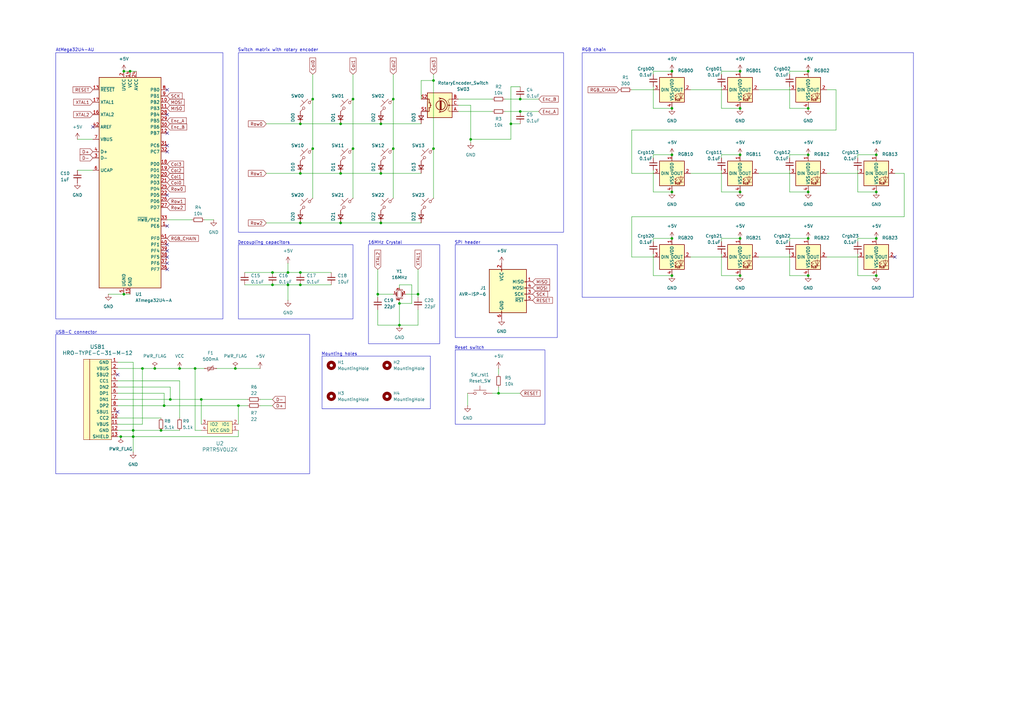
<source format=kicad_sch>
(kicad_sch (version 20231120) (generator "eeschema") (generator_version "8.0")
  (paper "A3")
  (title_block (title "SdraKb00"))
  (junction (at 67.31 166.37))
  (junction (at 204.47 161.29))
  (junction (at 118.11 111.76))
  (junction (at 303.53 44.45))
  (junction (at 82.55 163.83))
  (junction (at 144.78 60.96))
  (junction (at 69.85 163.83))
  (junction (at 303.53 113.03))
  (junction (at 331.47 29.21))
  (junction (at 359.41 113.03))
  (junction (at 66.04 176.53))
  (junction (at 123.19 71.12))
  (junction (at 213.36 40.64))
  (junction (at 161.29 60.96))
  (junction (at 209.55 50.8))
  (junction (at 139.7 91.44))
  (junction (at 49.53 179.07))
  (junction (at 331.47 97.79))
  (junction (at 303.53 78.74))
  (junction (at 139.7 50.8))
  (junction (at 96.52 151.13))
  (junction (at 275.59 113.03))
  (junction (at 161.29 40.64))
  (junction (at 359.41 78.74))
  (junction (at 123.19 111.76))
  (junction (at 73.66 151.13))
  (junction (at 156.21 71.12))
  (junction (at 177.8 33.02))
  (junction (at 171.45 120.65))
  (junction (at 331.47 63.5))
  (junction (at 111.76 111.76))
  (junction (at 331.47 78.74))
  (junction (at 156.21 91.44))
  (junction (at 275.59 78.74))
  (junction (at 359.41 97.79))
  (junction (at 118.11 116.84))
  (junction (at 213.36 45.72))
  (junction (at 177.8 60.96))
  (junction (at 123.19 91.44))
  (junction (at 53.34 29.21))
  (junction (at 331.47 113.03))
  (junction (at 154.94 120.65))
  (junction (at 193.04 57.15))
  (junction (at 54.61 176.53))
  (junction (at 123.19 116.84))
  (junction (at 54.61 179.07))
  (junction (at 275.59 63.5))
  (junction (at 359.41 63.5))
  (junction (at 303.53 63.5))
  (junction (at 275.59 29.21))
  (junction (at 128.27 40.64))
  (junction (at 50.8 29.21))
  (junction (at 303.53 29.21))
  (junction (at 275.59 44.45))
  (junction (at 97.79 166.37))
  (junction (at 163.83 124.46))
  (junction (at 139.7 71.12))
  (junction (at 50.8 120.65))
  (junction (at 331.47 44.45))
  (junction (at 123.19 50.8))
  (junction (at 128.27 60.96))
  (junction (at 163.83 133.35))
  (junction (at 63.5 151.13))
  (junction (at 156.21 50.8))
  (junction (at 111.76 116.84))
  (junction (at 144.78 40.64))
  (junction (at 58.42 151.13))
  (junction (at 303.53 97.79))
  (junction (at 275.59 97.79))
  (junction (at 80.01 151.13))
  (no_connect (at 48.26 153.67))
  (no_connect (at 68.58 102.87))
  (no_connect (at 48.26 168.91))
  (no_connect (at 68.58 105.41))
  (no_connect (at 68.58 36.83))
  (no_connect (at 68.58 100.33))
  (no_connect (at 68.58 62.23))
  (no_connect (at 68.58 59.69))
  (no_connect (at 68.58 46.99))
  (no_connect (at 68.58 107.95))
  (no_connect (at 367.03 105.41))
  (no_connect (at 38.1 52.07))
  (no_connect (at 68.58 110.49))
  (no_connect (at 68.58 92.71))
  (no_connect (at 68.58 80.01))
  (no_connect (at 68.58 54.61))
  (wire (pts (xy 259.08 88.9) (xy 259.08 105.41)))
  (wire (pts (xy 193.04 58.42) (xy 193.04 57.15)))
  (wire (pts (xy 323.85 63.5) (xy 323.85 64.77)))
  (wire (pts (xy 118.11 116.84) (xy 118.11 123.19)))
  (wire (pts (xy 88.9 151.13) (xy 96.52 151.13)))
  (wire (pts (xy 123.19 111.76) (xy 135.89 111.76)))
  (wire (pts (xy 69.85 158.75) (xy 69.85 163.83)))
  (wire (pts (xy 128.27 60.96) (xy 128.27 81.28)))
  (wire (pts (xy 204.47 151.13) (xy 204.47 153.67)))
  (wire (pts (xy 58.42 173.99) (xy 58.42 151.13)))
  (wire (pts (xy 267.97 113.03) (xy 275.59 113.03)))
  (wire (pts (xy 193.04 57.15) (xy 193.04 43.18)))
  (wire (pts (xy 154.94 110.49) (xy 154.94 120.65)))
  (wire (pts (xy 193.04 57.15) (xy 209.55 57.15)))
  (wire (pts (xy 295.91 104.14) (xy 295.91 113.03)))
  (wire (pts (xy 48.26 161.29) (xy 67.31 161.29)))
  (wire (pts (xy 144.78 60.96) (xy 144.78 81.28)))
  (wire (pts (xy 139.7 91.44) (xy 156.21 91.44)))
  (wire (pts (xy 58.42 151.13) (xy 63.5 151.13)))
  (wire (pts (xy 139.7 50.8) (xy 156.21 50.8)))
  (wire (pts (xy 311.15 105.41) (xy 323.85 105.41)))
  (wire (pts (xy 311.15 36.83) (xy 323.85 36.83)))
  (wire (pts (xy 295.91 63.5) (xy 303.53 63.5)))
  (wire (pts (xy 144.78 30.48) (xy 144.78 40.64)))
  (wire (pts (xy 48.26 156.21) (xy 73.66 156.21)))
  (wire (pts (xy 63.5 151.13) (xy 73.66 151.13)))
  (wire (pts (xy 82.55 163.83) (xy 101.6 163.83)))
  (wire (pts (xy 128.27 30.48) (xy 128.27 40.64)))
  (wire (pts (xy 154.94 127) (xy 154.94 133.35)))
  (wire (pts (xy 259.08 71.12) (xy 267.97 71.12)))
  (wire (pts (xy 323.85 63.5) (xy 331.47 63.5)))
  (wire (pts (xy 267.97 97.79) (xy 267.97 99.06)))
  (wire (pts (xy 295.91 113.03) (xy 303.53 113.03)))
  (wire (pts (xy 351.79 104.14) (xy 351.79 113.03)))
  (wire (pts (xy 267.97 44.45) (xy 275.59 44.45)))
  (wire (pts (xy 50.8 29.21) (xy 53.34 29.21)))
  (wire (pts (xy 209.55 50.8) (xy 209.55 57.15)))
  (wire (pts (xy 267.97 35.56) (xy 267.97 44.45)))
  (wire (pts (xy 351.79 69.85) (xy 351.79 78.74)))
  (wire (pts (xy 323.85 44.45) (xy 331.47 44.45)))
  (wire (pts (xy 351.79 63.5) (xy 359.41 63.5)))
  (wire (pts (xy 207.01 40.64) (xy 213.36 40.64)))
  (wire (pts (xy 163.83 118.11) (xy 163.83 116.84)))
  (wire (pts (xy 100.33 116.84) (xy 111.76 116.84)))
  (wire (pts (xy 191.77 161.29) (xy 191.77 166.37)))
  (wire (pts (xy 31.75 57.15) (xy 38.1 57.15)))
  (wire (pts (xy 172.72 33.02) (xy 177.8 33.02)))
  (wire (pts (xy 342.9 53.34) (xy 259.08 53.34)))
  (wire (pts (xy 295.91 29.21) (xy 295.91 30.48)))
  (wire (pts (xy 295.91 97.79) (xy 303.53 97.79)))
  (wire (pts (xy 97.79 166.37) (xy 101.6 166.37)))
  (wire (pts (xy 370.84 88.9) (xy 259.08 88.9)))
  (wire (pts (xy 67.31 166.37) (xy 97.79 166.37)))
  (wire (pts (xy 54.61 176.53) (xy 54.61 179.07)))
  (wire (pts (xy 83.82 90.17) (xy 87.63 90.17)))
  (wire (pts (xy 161.29 30.48) (xy 161.29 40.64)))
  (wire (pts (xy 323.85 97.79) (xy 323.85 99.06)))
  (wire (pts (xy 295.91 69.85) (xy 295.91 78.74)))
  (wire (pts (xy 111.76 116.84) (xy 118.11 116.84)))
  (wire (pts (xy 177.8 33.02) (xy 177.8 60.96)))
  (wire (pts (xy 123.19 71.12) (xy 139.7 71.12)))
  (wire (pts (xy 82.55 163.83) (xy 82.55 173.99)))
  (wire (pts (xy 209.55 35.56) (xy 209.55 50.8)))
  (wire (pts (xy 168.91 116.84) (xy 168.91 124.46)))
  (wire (pts (xy 323.85 35.56) (xy 323.85 44.45)))
  (wire (pts (xy 156.21 71.12) (xy 172.72 71.12)))
  (wire (pts (xy 283.21 71.12) (xy 295.91 71.12)))
  (wire (pts (xy 154.94 120.65) (xy 154.94 121.92)))
  (wire (pts (xy 323.85 113.03) (xy 331.47 113.03)))
  (wire (pts (xy 351.79 113.03) (xy 359.41 113.03)))
  (wire (pts (xy 339.09 36.83) (xy 342.9 36.83)))
  (wire (pts (xy 50.8 120.65) (xy 53.34 120.65)))
  (wire (pts (xy 323.85 69.85) (xy 323.85 78.74)))
  (wire (pts (xy 163.83 123.19) (xy 163.83 124.46)))
  (wire (pts (xy 367.03 71.12) (xy 370.84 71.12)))
  (wire (pts (xy 295.91 44.45) (xy 303.53 44.45)))
  (wire (pts (xy 31.75 69.85) (xy 38.1 69.85)))
  (wire (pts (xy 259.08 105.41) (xy 267.97 105.41)))
  (wire (pts (xy 171.45 110.49) (xy 171.45 120.65)))
  (wire (pts (xy 370.84 71.12) (xy 370.84 88.9)))
  (wire (pts (xy 53.34 29.21) (xy 55.88 29.21)))
  (wire (pts (xy 204.47 158.75) (xy 204.47 161.29)))
  (wire (pts (xy 118.11 107.95) (xy 118.11 111.76)))
  (wire (pts (xy 48.26 151.13) (xy 58.42 151.13)))
  (wire (pts (xy 342.9 36.83) (xy 342.9 53.34)))
  (wire (pts (xy 177.8 30.48) (xy 177.8 33.02)))
  (wire (pts (xy 69.85 163.83) (xy 82.55 163.83)))
  (wire (pts (xy 267.97 104.14) (xy 267.97 113.03)))
  (wire (pts (xy 96.52 151.13) (xy 106.68 151.13)))
  (wire (pts (xy 171.45 133.35) (xy 163.83 133.35)))
  (wire (pts (xy 54.61 179.07) (xy 97.79 179.07)))
  (wire (pts (xy 109.22 91.44) (xy 123.19 91.44)))
  (wire (pts (xy 48.26 173.99) (xy 58.42 173.99)))
  (wire (pts (xy 48.26 166.37) (xy 67.31 166.37)))
  (wire (pts (xy 193.04 43.18) (xy 187.96 43.18)))
  (wire (pts (xy 351.79 97.79) (xy 359.41 97.79)))
  (wire (pts (xy 166.37 120.65) (xy 171.45 120.65)))
  (wire (pts (xy 80.01 151.13) (xy 83.82 151.13)))
  (wire (pts (xy 73.66 176.53) (xy 66.04 176.53)))
  (wire (pts (xy 82.55 176.53) (xy 80.01 176.53)))
  (wire (pts (xy 213.36 35.56) (xy 209.55 35.56)))
  (wire (pts (xy 259.08 53.34) (xy 259.08 71.12)))
  (wire (pts (xy 54.61 185.42) (xy 54.61 179.07)))
  (wire (pts (xy 351.79 63.5) (xy 351.79 64.77)))
  (wire (pts (xy 44.45 120.65) (xy 50.8 120.65)))
  (wire (pts (xy 139.7 71.12) (xy 156.21 71.12)))
  (wire (pts (xy 187.96 45.72) (xy 201.93 45.72)))
  (wire (pts (xy 213.36 40.64) (xy 220.98 40.64)))
  (wire (pts (xy 154.94 120.65) (xy 161.29 120.65)))
  (wire (pts (xy 201.93 161.29) (xy 204.47 161.29)))
  (wire (pts (xy 97.79 166.37) (xy 97.79 173.99)))
  (wire (pts (xy 123.19 91.44) (xy 139.7 91.44)))
  (wire (pts (xy 97.79 176.53) (xy 97.79 179.07)))
  (wire (pts (xy 283.21 36.83) (xy 295.91 36.83)))
  (wire (pts (xy 118.11 111.76) (xy 123.19 111.76)))
  (wire (pts (xy 259.08 36.83) (xy 267.97 36.83)))
  (wire (pts (xy 177.8 60.96) (xy 177.8 81.28)))
  (wire (pts (xy 295.91 78.74) (xy 303.53 78.74)))
  (wire (pts (xy 100.33 111.76) (xy 111.76 111.76)))
  (wire (pts (xy 123.19 50.8) (xy 139.7 50.8)))
  (wire (pts (xy 267.97 29.21) (xy 275.59 29.21)))
  (wire (pts (xy 48.26 163.83) (xy 69.85 163.83)))
  (wire (pts (xy 106.68 166.37) (xy 111.76 166.37)))
  (wire (pts (xy 213.36 45.72) (xy 220.98 45.72)))
  (wire (pts (xy 209.55 50.8) (xy 213.36 50.8)))
  (wire (pts (xy 156.21 50.8) (xy 172.72 50.8)))
  (wire (pts (xy 48.26 171.45) (xy 66.04 171.45)))
  (wire (pts (xy 154.94 133.35) (xy 163.83 133.35)))
  (wire (pts (xy 323.85 97.79) (xy 331.47 97.79)))
  (wire (pts (xy 80.01 176.53) (xy 80.01 151.13)))
  (wire (pts (xy 283.21 105.41) (xy 295.91 105.41)))
  (wire (pts (xy 323.85 104.14) (xy 323.85 113.03)))
  (wire (pts (xy 49.53 179.07) (xy 54.61 179.07)))
  (wire (pts (xy 295.91 29.21) (xy 303.53 29.21)))
  (wire (pts (xy 48.26 179.07) (xy 49.53 179.07)))
  (wire (pts (xy 109.22 50.8) (xy 123.19 50.8)))
  (wire (pts (xy 123.19 116.84) (xy 135.89 116.84)))
  (wire (pts (xy 118.11 116.84) (xy 123.19 116.84)))
  (wire (pts (xy 323.85 78.74) (xy 331.47 78.74)))
  (wire (pts (xy 295.91 35.56) (xy 295.91 44.45)))
  (wire (pts (xy 66.04 176.53) (xy 54.61 176.53)))
  (wire (pts (xy 48.26 176.53) (xy 54.61 176.53)))
  (wire (pts (xy 204.47 161.29) (xy 213.36 161.29)))
  (wire (pts (xy 171.45 120.65) (xy 171.45 121.92)))
  (wire (pts (xy 128.27 40.64) (xy 128.27 60.96)))
  (wire (pts (xy 48.26 148.59) (xy 54.61 148.59)))
  (wire (pts (xy 267.97 29.21) (xy 267.97 30.48)))
  (wire (pts (xy 109.22 71.12) (xy 123.19 71.12)))
  (wire (pts (xy 339.09 71.12) (xy 351.79 71.12)))
  (wire (pts (xy 323.85 29.21) (xy 323.85 30.48)))
  (wire (pts (xy 351.79 78.74) (xy 359.41 78.74)))
  (wire (pts (xy 168.91 124.46) (xy 163.83 124.46)))
  (wire (pts (xy 48.26 158.75) (xy 69.85 158.75)))
  (wire (pts (xy 267.97 63.5) (xy 275.59 63.5)))
  (wire (pts (xy 267.97 97.79) (xy 275.59 97.79)))
  (wire (pts (xy 67.31 161.29) (xy 67.31 166.37)))
  (wire (pts (xy 267.97 78.74) (xy 275.59 78.74)))
  (wire (pts (xy 351.79 97.79) (xy 351.79 99.06)))
  (wire (pts (xy 68.58 90.17) (xy 78.74 90.17)))
  (wire (pts (xy 144.78 40.64) (xy 144.78 60.96)))
  (wire (pts (xy 207.01 45.72) (xy 213.36 45.72)))
  (wire (pts (xy 111.76 111.76) (xy 118.11 111.76)))
  (wire (pts (xy 171.45 127) (xy 171.45 133.35)))
  (wire (pts (xy 172.72 40.64) (xy 172.72 33.02)))
  (wire (pts (xy 54.61 148.59) (xy 54.61 176.53)))
  (wire (pts (xy 156.21 91.44) (xy 172.72 91.44)))
  (wire (pts (xy 161.29 60.96) (xy 161.29 81.28)))
  (wire (pts (xy 267.97 63.5) (xy 267.97 64.77)))
  (wire (pts (xy 339.09 105.41) (xy 351.79 105.41)))
  (wire (pts (xy 163.83 124.46) (xy 163.83 133.35)))
  (wire (pts (xy 295.91 97.79) (xy 295.91 99.06)))
  (wire (pts (xy 267.97 69.85) (xy 267.97 78.74)))
  (wire (pts (xy 187.96 40.64) (xy 201.93 40.64)))
  (wire (pts (xy 163.83 116.84) (xy 168.91 116.84)))
  (wire (pts (xy 161.29 40.64) (xy 161.29 60.96)))
  (wire (pts (xy 73.66 151.13) (xy 80.01 151.13)))
  (wire (pts (xy 73.66 156.21) (xy 73.66 171.45)))
  (wire (pts (xy 323.85 29.21) (xy 331.47 29.21)))
  (wire (pts (xy 311.15 71.12) (xy 323.85 71.12)))
  (wire (pts (xy 295.91 63.5) (xy 295.91 64.77)))
  (wire (pts (xy 106.68 163.83) (xy 111.76 163.83)))
  (rectangle (start 132.08 146.05) (end 176.53 167.64))
  (rectangle (start 97.79 21.59) (end 231.14 95.25))
  (rectangle (start 238.76 21.59) (end 374.65 121.92))
  (rectangle (start 151.13 100.33) (end 180.34 140.97))
  (rectangle (start 97.79 100.33) (end 144.78 130.81))
  (rectangle (start 186.69 143.51) (end 223.52 173.99))
  (rectangle (start 22.86 21.59) (end 91.44 130.81))
  (rectangle (start 186.69 100.33) (end 228.6 138.43))
  (rectangle (start 22.86 137.16) (end 127 194.31))
  (text "USB-C connector" (at 31.242 136.398 0) (effects (font (size 1.27 1.27))))
  (text "RGB chain" (at 243.586 20.574 0) (effects (font (size 1.27 1.27))))
  (text "Reset switch" (at 192.532 142.748 0) (effects (font (size 1.27 1.27))))
  (text "Mounting holes" (at 139.192 145.288 0) (effects (font (size 1.27 1.27))))
  (text "SPI header" (at 191.77 99.568 0) (effects (font (size 1.27 1.27))))
  (text "AtMega32U4-AU" (at 30.734 20.574 0) (effects (font (size 1.27 1.27))))
  (text "Switch matrix with rotary encoder" (at 114.046 20.574 0) (effects (font (size 1.27 1.27))))
  (text "16MHz Crystal" (at 157.988 99.568 0) (effects (font (size 1.27 1.27))))
  (text "Decoupling capacitors" (at 108.204 99.568 0) (effects (font (size 1.27 1.27))))
  (global_label "Row1" (shape input) (at 109.22 71.12 180) (property "Intersheetrefs" "${INTERSHEET_REFS}" (effects (hide yes))))
  (global_label "Row1" (shape input) (at 68.58 82.55 0) (property "Intersheetrefs" "${INTERSHEET_REFS}" (effects (hide yes))))
  (global_label "Enc_A" (shape input) (at 68.58 49.53 0) (property "Intersheetrefs" "${INTERSHEET_REFS}" (effects (hide yes))))
  (global_label "Col2" (shape input) (at 68.58 69.85 0) (property "Intersheetrefs" "${INTERSHEET_REFS}" (effects (hide yes))))
  (global_label "Col1" (shape input) (at 68.58 72.39 0) (property "Intersheetrefs" "${INTERSHEET_REFS}" (effects (hide yes))))
  (global_label "Col0" (shape input) (at 68.58 74.93 0) (property "Intersheetrefs" "${INTERSHEET_REFS}" (effects (hide yes))))
  (global_label "Col3" (shape input) (at 68.58 67.31 0) (property "Intersheetrefs" "${INTERSHEET_REFS}" (effects (hide yes))))
  (global_label "RESET" (shape input) (at 38.1 36.83 180) (property "Intersheetrefs" "${INTERSHEET_REFS}" (effects (hide yes))))
  (global_label "Col2" (shape input) (at 161.29 30.48 90) (property "Intersheetrefs" "${INTERSHEET_REFS}" (effects (hide yes))))
  (global_label "XTAL1" (shape input) (at 38.1 41.91 180) (property "Intersheetrefs" "${INTERSHEET_REFS}" (effects (hide yes))))
  (global_label "XTAL2" (shape input) (at 38.1 46.99 180) (property "Intersheetrefs" "${INTERSHEET_REFS}" (effects (hide yes))))
  (global_label "RESET" (shape input) (at 218.44 123.19 0) (property "Intersheetrefs" "${INTERSHEET_REFS}" (effects (hide yes))))
  (global_label "Enc_B" (shape input) (at 220.98 40.64 0) (property "Intersheetrefs" "${INTERSHEET_REFS}" (effects (hide yes))))
  (global_label "D-" (shape input) (at 38.1 64.77 180) (property "Intersheetrefs" "${INTERSHEET_REFS}" (effects (hide yes))))
  (global_label "D+" (shape input) (at 111.76 166.37 0) (property "Intersheetrefs" "${INTERSHEET_REFS}" (effects (hide yes))))
  (global_label "RGB_CHAIN" (shape input) (at 254 36.83 180) (property "Intersheetrefs" "${INTERSHEET_REFS}" (effects (hide yes))))
  (global_label "RESET" (shape input) (at 213.36 161.29 0) (property "Intersheetrefs" "${INTERSHEET_REFS}" (effects (hide yes))))
  (global_label "MISO" (shape input) (at 218.44 115.57 0) (property "Intersheetrefs" "${INTERSHEET_REFS}" (effects (hide yes))))
  (global_label "Row2" (shape input) (at 68.58 85.09 0) (property "Intersheetrefs" "${INTERSHEET_REFS}" (effects (hide yes))))
  (global_label "MOSI" (shape input) (at 68.58 41.91 0) (property "Intersheetrefs" "${INTERSHEET_REFS}" (effects (hide yes))))
  (global_label "Col3" (shape input) (at 177.8 30.48 90) (property "Intersheetrefs" "${INTERSHEET_REFS}" (effects (hide yes))))
  (global_label "Enc_A" (shape input) (at 220.98 45.72 0) (property "Intersheetrefs" "${INTERSHEET_REFS}" (effects (hide yes))))
  (global_label "Col1" (shape input) (at 144.78 30.48 90) (property "Intersheetrefs" "${INTERSHEET_REFS}" (effects (hide yes))))
  (global_label "SCK" (shape input) (at 68.58 39.37 0) (property "Intersheetrefs" "${INTERSHEET_REFS}" (effects (hide yes))))
  (global_label "MISO" (shape input) (at 68.58 44.45 0) (property "Intersheetrefs" "${INTERSHEET_REFS}" (effects (hide yes))))
  (global_label "SCK" (shape input) (at 218.44 120.65 0) (property "Intersheetrefs" "${INTERSHEET_REFS}" (effects (hide yes))))
  (global_label "D-" (shape input) (at 111.76 163.83 0) (property "Intersheetrefs" "${INTERSHEET_REFS}" (effects (hide yes))))
  (global_label "Row2" (shape input) (at 109.22 91.44 180) (property "Intersheetrefs" "${INTERSHEET_REFS}" (effects (hide yes))))
  (global_label "MOSI" (shape input) (at 218.44 118.11 0) (property "Intersheetrefs" "${INTERSHEET_REFS}" (effects (hide yes))))
  (global_label "Row0" (shape input) (at 68.58 77.47 0) (property "Intersheetrefs" "${INTERSHEET_REFS}" (effects (hide yes))))
  (global_label "XTAL2" (shape input) (at 154.94 110.49 90) (property "Intersheetrefs" "${INTERSHEET_REFS}" (effects (hide yes))))
  (global_label "Col0" (shape input) (at 128.27 30.48 90) (property "Intersheetrefs" "${INTERSHEET_REFS}" (effects (hide yes))))
  (global_label "RGB_CHAIN" (shape input) (at 68.58 97.79 0) (property "Intersheetrefs" "${INTERSHEET_REFS}" (effects (hide yes))))
  (global_label "D+" (shape input) (at 38.1 62.23 180) (property "Intersheetrefs" "${INTERSHEET_REFS}" (effects (hide yes))))
  (global_label "XTAL1" (shape input) (at 171.45 110.49 90) (property "Intersheetrefs" "${INTERSHEET_REFS}" (effects (hide yes))))
  (global_label "Enc_B" (shape input) (at 68.58 52.07 0) (property "Intersheetrefs" "${INTERSHEET_REFS}" (effects (hide yes))))
  (global_label "Row0" (shape input) (at 109.22 50.8 180) (property "Intersheetrefs" "${INTERSHEET_REFS}" (effects (hide yes))))
  (symbol (lib_id "power:+5V") (at 106.68 151.13 0) (unit 1)
    (property "Reference" "#PWR035" (effects (hide yes)))
    (property "Value" "+5V" (at 106.68 146.05 0))
    (property "Description" "Power symbol creates a global label with name \"+5V\"" (effects (hide yes)))
  )
  (symbol (lib_id "Mechanical:MountingHole") (at 135.89 149.86 0) (unit 1) (exclude_from_sim yes) (in_bom no)
    (property "Reference" "H1" (at 138.43 148.5899 0) (effects (justify left)))
    (property "Value" "MountingHole" (at 138.43 151.1299 0) (effects (justify left)))
    (property "Footprint" "MountingHole:MountingHole_3.2mm_M3" (effects (hide yes)))
    (property "Description" "Mounting Hole without connection" (effects (hide yes)))
  )
  (symbol (lib_id "power:+5V") (at 275.59 63.5 0) (unit 1)
    (property "Reference" "#PWR010" (effects (hide yes)))
    (property "Value" "+5V" (at 275.59 58.42 0))
    (property "Description" "Power symbol creates a global label with name \"+5V\"" (effects (hide yes)))
  )
  (symbol (lib_id "power:+5V") (at 204.47 151.13 0) (unit 1)
    (property "Reference" "#PWR036" (effects (hide yes)))
    (property "Value" "+5V" (at 204.47 146.05 0))
    (property "Description" "Power symbol creates a global label with name \"+5V\"" (effects (hide yes)))
  )
  (symbol (lib_id "Mechanical:MountingHole") (at 135.89 162.56 0) (unit 1) (exclude_from_sim yes) (in_bom no)
    (property "Reference" "H3" (at 138.43 161.2899 0) (effects (justify left)))
    (property "Value" "MountingHole" (at 138.43 163.8299 0) (effects (justify left)))
    (property "Footprint" "MountingHole:MountingHole_3.2mm_M3" (effects (hide yes)))
    (property "Description" "Mounting Hole without connection" (effects (hide yes)))
  )
  (symbol (lib_id "Switch:SW_Push_45deg") (at 175.26 83.82 90) (unit 1)
    (property "Reference" "SW23" (at 168.91 80.01 90) (effects (justify right)))
    (property "Value" "SW_Push_45deg" (effects (hide yes)))
    (property "Footprint" "marbastlib-mx:SW_MX_HS_CPG151101S11_1u" (effects (hide yes)))
    (property "Description" "Push button switch, normally open, two pins, 45° tilted" (effects (hide yes)))
  )
  (symbol (lib_id "power:+5V") (at 31.75 57.15 0) (unit 1)
    (property "Reference" "#PWR08" (effects (hide yes)))
    (property "Value" "+5V" (at 31.75 52.07 0))
    (property "Description" "Power symbol creates a global label with name \"+5V\"" (effects (hide yes)))
  )
  (symbol (lib_id "Switch:SW_Push_45deg") (at 125.73 43.18 90) (unit 1)
    (property "Reference" "SW00" (at 119.38 39.37 90) (effects (justify right)))
    (property "Value" "SW_Push_45deg" (effects (hide yes)))
    (property "Footprint" "marbastlib-mx:SW_MX_HS_CPG151101S11_1u" (effects (hide yes)))
    (property "Description" "Push button switch, normally open, two pins, 45° tilted" (effects (hide yes)))
  )
  (symbol (lib_id "Device:RotaryEncoder_Switch") (at 180.34 43.18 180) (unit 1)
    (property "Reference" "SW03" (at 189.992 36.576 0))
    (property "Value" "RotaryEncoder_Switch" (at 189.992 34.036 0))
    (property "Footprint" "marbastlib-various:ROT_Alps_EC11E-Switch" (effects (hide yes)))
    (property "Description" "Rotary encoder, dual channel, incremental quadrate outputs, with switch" (effects (hide yes)))
  )
  (symbol (lib_id "marbastlib-mx:MX_SK6812MINI-E") (at 275.59 71.12 0) (unit 1)
    (property "Reference" "RGB10" (at 281.178 63.246 0))
    (property "Value" "MX_SK6812MINI-E" (effects (hide yes)))
    (property "Footprint" "marbastlib-mx:LED_MX_6028R-ROT" (effects (hide yes)))
    (property "Description" "Reverse mount adressable LED (WS2812 protocol)" (effects (hide yes)))
  )
  (symbol (lib_id "marbastlib-mx:MX_SK6812MINI-E") (at 275.59 36.83 0) (unit 1)
    (property "Reference" "RGB00" (at 281.178 28.956 0))
    (property "Value" "MX_SK6812MINI-E" (effects (hide yes)))
    (property "Footprint" "marbastlib-mx:LED_MX_6028R-ROT" (effects (hide yes)))
    (property "Description" "Reverse mount adressable LED (WS2812 protocol)" (effects (hide yes)))
  )
  (symbol (lib_id "Switch:SW_Push_45deg") (at 125.73 83.82 90) (unit 1)
    (property "Reference" "SW20" (at 119.38 80.01 90) (effects (justify right)))
    (property "Value" "SW_Push_45deg" (effects (hide yes)))
    (property "Footprint" "marbastlib-mx:SW_MX_HS_CPG151101S11_1u" (effects (hide yes)))
    (property "Description" "Push button switch, normally open, two pins, 45° tilted" (effects (hide yes)))
  )
  (symbol (lib_id "Device:C_Small") (at 123.19 114.3 0) (unit 1)
    (property "Reference" "C17" (at 125.73 113.0362 0) (effects (justify left)))
    (property "Value" "0.1uF" (at 125.73 115.5762 0) (effects (justify left)))
    (property "Footprint" "Capacitor_SMD:C_0805_2012Metric_Pad1.18x1.45mm_HandSolder" (effects (hide yes)))
    (property "Description" "Unpolarized capacitor, small symbol" (effects (hide yes)))
  )
  (symbol (lib_id "power:+5V") (at 359.41 63.5 0) (unit 1)
    (property "Reference" "#PWR013" (effects (hide yes)))
    (property "Value" "+5V" (at 359.41 58.42 0))
    (property "Description" "Power symbol creates a global label with name \"+5V\"" (effects (hide yes)))
  )
  (symbol (lib_id "Mechanical:MountingHole") (at 158.75 149.86 0) (unit 1) (exclude_from_sim yes) (in_bom no)
    (property "Reference" "H2" (at 161.29 148.5899 0) (effects (justify left)))
    (property "Value" "MountingHole" (at 161.29 151.1299 0) (effects (justify left)))
    (property "Footprint" "MountingHole:MountingHole_3.2mm_M3" (effects (hide yes)))
    (property "Description" "Mounting Hole without connection" (effects (hide yes)))
  )
  (symbol (lib_id "Device:C_Small") (at 295.91 67.31 0) (unit 1)
    (property "Reference" "Crgb11" (at 292.862 62.484 0))
    (property "Value" "0.1uF" (at 292.862 65.024 0))
    (property "Footprint" "Capacitor_SMD:C_0805_2012Metric_Pad1.18x1.45mm_HandSolder" (effects (hide yes)))
    (property "Description" "Unpolarized capacitor, small symbol" (effects (hide yes)))
  )
  (symbol (lib_id "Switch:SW_Push_45deg") (at 125.73 63.5 90) (unit 1)
    (property "Reference" "SW10" (at 119.38 59.69 90) (effects (justify right)))
    (property "Value" "SW_Push_45deg" (effects (hide yes)))
    (property "Footprint" "marbastlib-mx:SW_MX_HS_CPG151101S11_1u" (effects (hide yes)))
    (property "Description" "Push button switch, normally open, two pins, 45° tilted" (effects (hide yes)))
  )
  (symbol (lib_id "Device:C_Small") (at 295.91 101.6 0) (unit 1)
    (property "Reference" "Crgb21" (at 292.862 96.774 0))
    (property "Value" "0.1uF" (at 292.862 99.314 0))
    (property "Footprint" "Capacitor_SMD:C_0805_2012Metric_Pad1.18x1.45mm_HandSolder" (effects (hide yes)))
    (property "Description" "Unpolarized capacitor, small symbol" (effects (hide yes)))
  )
  (symbol (lib_id "Device:D_Small") (at 172.72 48.26 90) (unit 1)
    (property "Reference" "D03" (at 169.672 46.228 0) (effects (justify right)))
    (property "Value" "D_Small" (effects (hide yes)))
    (property "Footprint" "Diode_SMD:D_SOD-123" (effects (hide yes)))
    (property "Description" "Diode, small symbol" (effects (hide yes)))
    (property "Sim.Device" "D" (effects (hide yes)))
    (property "Sim.Pins" "1=K 2=A" (effects (hide yes)))
  )
  (symbol (lib_id "Device:D_Small") (at 123.19 48.26 90) (unit 1)
    (property "Reference" "D00" (at 120.142 46.228 0) (effects (justify right)))
    (property "Value" "D_Small" (effects (hide yes)))
    (property "Footprint" "Diode_SMD:D_SOD-123" (effects (hide yes)))
    (property "Description" "Diode, small symbol" (effects (hide yes)))
    (property "Sim.Device" "D" (effects (hide yes)))
    (property "Sim.Pins" "1=K 2=A" (effects (hide yes)))
  )
  (symbol (lib_id "marbastlib-mx:MX_SK6812MINI-E") (at 331.47 105.41 0) (unit 1)
    (property "Reference" "RGB22" (at 337.058 97.536 0))
    (property "Value" "MX_SK6812MINI-E" (effects (hide yes)))
    (property "Footprint" "marbastlib-mx:LED_MX_6028R-ROT" (effects (hide yes)))
    (property "Description" "Reverse mount adressable LED (WS2812 protocol)" (effects (hide yes)))
  )
  (symbol (lib_id "power:+5V") (at 118.11 107.95 0) (unit 1)
    (property "Reference" "#PWR024" (effects (hide yes)))
    (property "Value" "+5V" (at 118.11 102.87 0))
    (property "Description" "Power symbol creates a global label with name \"+5V\"" (effects (hide yes)))
  )
  (symbol (lib_id "Device:R_Small") (at 204.47 40.64 90) (unit 1)
    (property "Reference" "R2" (at 204.47 35.56 90))
    (property "Value" "10k" (at 204.47 38.1 90))
    (property "Footprint" "Resistor_SMD:R_0805_2012Metric_Pad1.20x1.40mm_HandSolder" (effects (hide yes)))
    (property "Description" "Resistor, small symbol" (effects (hide yes)))
  )
  (symbol (lib_id "random-keyboard-parts:PRTR5V0U2X") (at 90.17 175.26 180) (unit 1)
    (property "Reference" "U2" (at 90.17 181.864 0) (effects (font (size 1.524 1.524))))
    (property "Value" "PRTR5V0U2X" (at 90.17 184.404 0) (effects (font (size 1.524 1.524))))
    (property "Footprint" "Package_TO_SOT_SMD:SOT-143_Handsoldering" (effects (hide yes)))
  )
  (symbol (lib_id "Device:D_Small") (at 123.19 88.9 90) (unit 1)
    (property "Reference" "D20" (at 120.142 86.868 0) (effects (justify right)))
    (property "Value" "D_Small" (effects (hide yes)))
    (property "Footprint" "Diode_SMD:D_SOD-123" (effects (hide yes)))
    (property "Description" "Diode, small symbol" (effects (hide yes)))
    (property "Sim.Device" "D" (effects (hide yes)))
    (property "Sim.Pins" "1=K 2=A" (effects (hide yes)))
  )
  (symbol (lib_id "Device:Polyfuse_Small") (at 86.36 151.13 90) (unit 1)
    (property "Reference" "F1" (at 86.36 144.78 90))
    (property "Value" "500mA" (at 86.36 147.32 90))
    (property "Footprint" "Fuse:Fuse_1206_3216Metric_Pad1.42x1.75mm_HandSolder" (effects (hide yes)))
    (property "Description" "Resettable fuse, polymeric positive temperature coefficient, small symbol" (effects (hide yes)))
  )
  (symbol (lib_id "power:+5V") (at 275.59 29.21 0) (unit 1)
    (property "Reference" "#PWR02" (effects (hide yes)))
    (property "Value" "+5V" (at 275.59 24.13 0))
    (property "Description" "Power symbol creates a global label with name \"+5V\"" (effects (hide yes)))
  )
  (symbol (lib_id "Type-C:HRO-TYPE-C-31-M-12") (at 45.72 162.56 0) (unit 1)
    (property "Reference" "USB1" (at 40.005 142.24 0) (effects (font (size 1.524 1.524))))
    (property "Value" "HRO-TYPE-C-31-M-12" (at 40.005 144.78 0) (effects (font (size 1.524 1.524))))
    (property "Footprint" "Type-C:HRO-TYPE-C-31-M-12-HandSoldering" (effects (hide yes)))
  )
  (symbol (lib_id "Device:C_Small") (at 323.85 67.31 0) (unit 1)
    (property "Reference" "Crgb12" (at 320.802 62.484 0))
    (property "Value" "0.1uF" (at 320.802 65.024 0))
    (property "Footprint" "Capacitor_SMD:C_0805_2012Metric_Pad1.18x1.45mm_HandSolder" (effects (hide yes)))
    (property "Description" "Unpolarized capacitor, small symbol" (effects (hide yes)))
  )
  (symbol (lib_id "power:GND") (at 54.61 185.42 0) (unit 1)
    (property "Reference" "#PWR038" (effects (hide yes)))
    (property "Value" "GND" (at 54.61 190.5 0))
    (property "Description" "Power symbol creates a global label with name \"GND\" , ground" (effects (hide yes)))
  )
  (symbol (lib_id "Device:D_Small") (at 139.7 88.9 90) (unit 1)
    (property "Reference" "D21" (at 136.652 86.868 0) (effects (justify right)))
    (property "Value" "D_Small" (effects (hide yes)))
    (property "Footprint" "Diode_SMD:D_SOD-123" (effects (hide yes)))
    (property "Description" "Diode, small symbol" (effects (hide yes)))
    (property "Sim.Device" "D" (effects (hide yes)))
    (property "Sim.Pins" "1=K 2=A" (effects (hide yes)))
  )
  (symbol (lib_id "power:+5V") (at 275.59 97.79 0) (unit 1)
    (property "Reference" "#PWR020" (effects (hide yes)))
    (property "Value" "+5V" (at 275.59 92.71 0))
    (property "Description" "Power symbol creates a global label with name \"+5V\"" (effects (hide yes)))
  )
  (symbol (lib_id "Switch:SW_Push_45deg") (at 142.24 43.18 90) (unit 1)
    (property "Reference" "SW01" (at 135.89 39.37 90) (effects (justify right)))
    (property "Value" "SW_Push_45deg" (effects (hide yes)))
    (property "Footprint" "marbastlib-mx:SW_MX_HS_CPG151101S11_1u" (effects (hide yes)))
    (property "Description" "Push button switch, normally open, two pins, 45° tilted" (effects (hide yes)))
  )
  (symbol (lib_id "power:GND") (at 118.11 123.19 0) (unit 1)
    (property "Reference" "#PWR031" (effects (hide yes)))
    (property "Value" "GND" (at 118.11 128.27 0))
    (property "Description" "Power symbol creates a global label with name \"GND\" , ground" (effects (hide yes)))
  )
  (symbol (lib_id "power:GND") (at 275.59 113.03 0) (unit 1)
    (property "Reference" "#PWR026" (effects (hide yes)))
    (property "Value" "GND" (at 275.59 118.11 0))
    (property "Description" "Power symbol creates a global label with name \"GND\" , ground" (effects (hide yes)))
  )
  (symbol (lib_id "power:GND") (at 163.83 133.35 0) (unit 1)
    (property "Reference" "#PWR033" (effects (hide yes)))
    (property "Value" "GND" (at 163.83 138.43 0))
    (property "Description" "Power symbol creates a global label with name \"GND\" , ground" (effects (hide yes)))
  )
  (symbol (lib_id "marbastlib-mx:MX_SK6812MINI-E") (at 303.53 71.12 0) (unit 1)
    (property "Reference" "RGB11" (at 309.118 63.246 0))
    (property "Value" "MX_SK6812MINI-E" (effects (hide yes)))
    (property "Footprint" "marbastlib-mx:LED_MX_6028R-ROT" (effects (hide yes)))
    (property "Description" "Reverse mount adressable LED (WS2812 protocol)" (effects (hide yes)))
  )
  (symbol (lib_id "power:GND") (at 31.75 74.93 0) (unit 1)
    (property "Reference" "#PWR014" (effects (hide yes)))
    (property "Value" "GND" (at 31.75 80.01 0))
    (property "Description" "Power symbol creates a global label with name \"GND\" , ground" (effects (hide yes)))
  )
  (symbol (lib_id "power:GND") (at 331.47 78.74 0) (unit 1)
    (property "Reference" "#PWR017" (effects (hide yes)))
    (property "Value" "GND" (at 331.47 83.82 0))
    (property "Description" "Power symbol creates a global label with name \"GND\" , ground" (effects (hide yes)))
  )
  (symbol (lib_id "Device:C_Small") (at 267.97 33.02 0) (unit 1)
    (property "Reference" "Crgb00" (at 264.922 28.194 0))
    (property "Value" "0.1uF" (at 264.922 30.734 0))
    (property "Footprint" "Capacitor_SMD:C_0805_2012Metric_Pad1.18x1.45mm_HandSolder" (effects (hide yes)))
    (property "Description" "Unpolarized capacitor, small symbol" (effects (hide yes)))
  )
  (symbol (lib_id "Device:C_Small") (at 267.97 67.31 0) (unit 1)
    (property "Reference" "Crgb10" (at 264.922 62.484 0))
    (property "Value" "0.1uF" (at 264.922 65.024 0))
    (property "Footprint" "Capacitor_SMD:C_0805_2012Metric_Pad1.18x1.45mm_HandSolder" (effects (hide yes)))
    (property "Description" "Unpolarized capacitor, small symbol" (effects (hide yes)))
  )
  (symbol (lib_id "power:GND") (at 303.53 78.74 0) (unit 1)
    (property "Reference" "#PWR016" (effects (hide yes)))
    (property "Value" "GND" (at 303.53 83.82 0))
    (property "Description" "Power symbol creates a global label with name \"GND\" , ground" (effects (hide yes)))
  )
  (symbol (lib_id "power:PWR_FLAG") (at 49.53 179.07 180) (unit 1)
    (property "Reference" "#FLG03" (effects (hide yes)))
    (property "Value" "PWR_FLAG" (at 49.53 184.15 0))
    (property "Description" "Special symbol for telling ERC where power comes from" (effects (hide yes)))
  )
  (symbol (lib_id "Device:C_Small") (at 154.94 124.46 0) (unit 1)
    (property "Reference" "C19" (at 157.48 123.1962 0) (effects (justify left)))
    (property "Value" "22pF" (at 157.48 125.7362 0) (effects (justify left)))
    (property "Footprint" "Capacitor_SMD:C_0805_2012Metric_Pad1.18x1.45mm_HandSolder" (effects (hide yes)))
    (property "Description" "Unpolarized capacitor, small symbol" (effects (hide yes)))
  )
  (symbol (lib_id "Connector:AVR-ISP-6") (at 208.28 120.65 0) (unit 1)
    (property "Reference" "J1" (at 199.39 118.1099 0) (effects (justify right)))
    (property "Value" "AVR-ISP-6" (at 199.39 120.6499 0) (effects (justify right)))
    (property "Footprint" "Connector_PinHeader_2.00mm:PinHeader_1x06_P2.00mm_Vertical" (effects (hide yes)))
    (property "Datasheet" " ~" (effects (hide yes)))
    (property "Description" "Atmel 6-pin ISP connector" (effects (hide yes)))
  )
  (symbol (lib_id "marbastlib-mx:MX_SK6812MINI-E") (at 331.47 71.12 0) (unit 1)
    (property "Reference" "RGB12" (at 337.058 63.246 0))
    (property "Value" "MX_SK6812MINI-E" (effects (hide yes)))
    (property "Footprint" "marbastlib-mx:LED_MX_6028R-ROT" (effects (hide yes)))
    (property "Description" "Reverse mount adressable LED (WS2812 protocol)" (effects (hide yes)))
  )
  (symbol (lib_id "Device:D_Small") (at 172.72 88.9 90) (unit 1)
    (property "Reference" "D23" (at 169.672 86.868 0) (effects (justify right)))
    (property "Value" "D_Small" (effects (hide yes)))
    (property "Footprint" "Diode_SMD:D_SOD-123" (effects (hide yes)))
    (property "Description" "Diode, small symbol" (effects (hide yes)))
    (property "Sim.Device" "D" (effects (hide yes)))
    (property "Sim.Pins" "1=K 2=A" (effects (hide yes)))
  )
  (symbol (lib_id "power:GND") (at 303.53 44.45 0) (unit 1)
    (property "Reference" "#PWR06" (effects (hide yes)))
    (property "Value" "GND" (at 303.53 49.53 0))
    (property "Description" "Power symbol creates a global label with name \"GND\" , ground" (effects (hide yes)))
  )
  (symbol (lib_id "Device:C_Small") (at 323.85 33.02 0) (unit 1)
    (property "Reference" "Crgb02" (at 320.802 28.194 0))
    (property "Value" "0.1uF" (at 320.802 30.734 0))
    (property "Footprint" "Capacitor_SMD:C_0805_2012Metric_Pad1.18x1.45mm_HandSolder" (effects (hide yes)))
    (property "Description" "Unpolarized capacitor, small symbol" (effects (hide yes)))
  )
  (symbol (lib_id "Device:C_Small") (at 213.36 38.1 0) (unit 1)
    (property "Reference" "C4" (at 215.9 36.8362 0) (effects (justify left)))
    (property "Value" "0.1uF" (at 215.9 39.3762 0) (effects (justify left)))
    (property "Footprint" "Capacitor_SMD:C_0805_2012Metric_Pad1.18x1.45mm_HandSolder" (effects (hide yes)))
    (property "Description" "Unpolarized capacitor, small symbol" (effects (hide yes)))
  )
  (symbol (lib_id "Device:C_Small") (at 351.79 101.6 0) (unit 1)
    (property "Reference" "Crgb23" (at 348.742 96.774 0))
    (property "Value" "0.1uF" (at 348.742 99.314 0))
    (property "Footprint" "Capacitor_SMD:C_0805_2012Metric_Pad1.18x1.45mm_HandSolder" (effects (hide yes)))
    (property "Description" "Unpolarized capacitor, small symbol" (effects (hide yes)))
  )
  (symbol (lib_id "power:GND") (at 44.45 120.65 0) (unit 1)
    (property "Reference" "#PWR030" (effects (hide yes)))
    (property "Value" "GND" (at 44.45 125.73 0))
    (property "Description" "Power symbol creates a global label with name \"GND\" , ground" (effects (hide yes)))
  )
  (symbol (lib_id "power:+5V") (at 303.53 29.21 0) (unit 1)
    (property "Reference" "#PWR03" (effects (hide yes)))
    (property "Value" "+5V" (at 303.53 24.13 0))
    (property "Description" "Power symbol creates a global label with name \"+5V\"" (effects (hide yes)))
  )
  (symbol (lib_id "Switch:SW_Push_45deg") (at 158.75 63.5 90) (unit 1)
    (property "Reference" "SW12" (at 152.4 59.69 90) (effects (justify right)))
    (property "Value" "SW_Push_45deg" (effects (hide yes)))
    (property "Footprint" "marbastlib-mx:SW_MX_HS_CPG151101S11_1u" (effects (hide yes)))
    (property "Description" "Push button switch, normally open, two pins, 45° tilted" (effects (hide yes)))
  )
  (symbol (lib_id "Device:R_Small") (at 204.47 156.21 0) (unit 1)
    (property "Reference" "R5" (at 207.01 154.9399 0) (effects (justify left)))
    (property "Value" "10k" (at 207.01 157.4799 0) (effects (justify left)))
    (property "Footprint" "Resistor_SMD:R_0805_2012Metric_Pad1.20x1.40mm_HandSolder" (effects (hide yes)))
    (property "Description" "Resistor, small symbol" (effects (hide yes)))
  )
  (symbol (lib_id "power:+5V") (at 331.47 29.21 0) (unit 1)
    (property "Reference" "#PWR04" (effects (hide yes)))
    (property "Value" "+5V" (at 331.47 24.13 0))
    (property "Description" "Power symbol creates a global label with name \"+5V\"" (effects (hide yes)))
  )
  (symbol (lib_id "Device:C_Small") (at 100.33 114.3 0) (unit 1)
    (property "Reference" "C15" (at 102.87 113.0362 0) (effects (justify left)))
    (property "Value" "0.1uF" (at 102.87 115.5762 0) (effects (justify left)))
    (property "Footprint" "Capacitor_SMD:C_0805_2012Metric_Pad1.18x1.45mm_HandSolder" (effects (hide yes)))
    (property "Description" "Unpolarized capacitor, small symbol" (effects (hide yes)))
  )
  (symbol (lib_id "power:GND") (at 275.59 78.74 0) (unit 1)
    (property "Reference" "#PWR015" (effects (hide yes)))
    (property "Value" "GND" (at 275.59 83.82 0))
    (property "Description" "Power symbol creates a global label with name \"GND\" , ground" (effects (hide yes)))
  )
  (symbol (lib_id "Device:R_Small") (at 204.47 45.72 90) (unit 1)
    (property "Reference" "R3" (at 204.47 48.768 90))
    (property "Value" "10k" (at 204.47 51.308 90))
    (property "Footprint" "Resistor_SMD:R_0805_2012Metric_Pad1.20x1.40mm_HandSolder" (effects (hide yes)))
    (property "Description" "Resistor, small symbol" (effects (hide yes)))
  )
  (symbol (lib_id "Device:C_Small") (at 31.75 72.39 0) (unit 1)
    (property "Reference" "C10" (at 26.67 71.12 0))
    (property "Value" "1uF" (at 26.67 73.66 0))
    (property "Footprint" "Capacitor_SMD:C_0805_2012Metric_Pad1.18x1.45mm_HandSolder" (effects (hide yes)))
    (property "Description" "Unpolarized capacitor, small symbol" (effects (hide yes)))
  )
  (symbol (lib_id "power:GND") (at 275.59 44.45 0) (unit 1)
    (property "Reference" "#PWR05" (effects (hide yes)))
    (property "Value" "GND" (at 275.59 49.53 0))
    (property "Description" "Power symbol creates a global label with name \"GND\" , ground" (effects (hide yes)))
  )
  (symbol (lib_id "marbastlib-mx:MX_SK6812MINI-E") (at 359.41 71.12 0) (unit 1)
    (property "Reference" "RGB13" (at 364.998 63.246 0))
    (property "Value" "MX_SK6812MINI-E" (effects (hide yes)))
    (property "Footprint" "marbastlib-mx:LED_MX_6028R-ROT" (effects (hide yes)))
    (property "Description" "Reverse mount adressable LED (WS2812 protocol)" (effects (hide yes)))
  )
  (symbol (lib_id "Switch:SW_Push_45deg") (at 158.75 43.18 90) (unit 1)
    (property "Reference" "SW02" (at 152.4 39.37 90) (effects (justify right)))
    (property "Value" "SW_Push_45deg" (effects (hide yes)))
    (property "Footprint" "marbastlib-mx:SW_MX_HS_CPG151101S11_1u" (effects (hide yes)))
    (property "Description" "Push button switch, normally open, two pins, 45° tilted" (effects (hide yes)))
  )
  (symbol (lib_id "power:GND") (at 331.47 113.03 0) (unit 1)
    (property "Reference" "#PWR028" (effects (hide yes)))
    (property "Value" "GND" (at 331.47 118.11 0))
    (property "Description" "Power symbol creates a global label with name \"GND\" , ground" (effects (hide yes)))
  )
  (symbol (lib_id "Device:C_Small") (at 135.89 114.3 0) (unit 1)
    (property "Reference" "C18" (at 138.43 113.0362 0) (effects (justify left)))
    (property "Value" "10uF" (at 138.43 115.5762 0) (effects (justify left)))
    (property "Footprint" "Capacitor_SMD:C_0805_2012Metric_Pad1.18x1.45mm_HandSolder" (effects (hide yes)))
    (property "Description" "Unpolarized capacitor, small symbol" (effects (hide yes)))
  )
  (symbol (lib_id "Switch:SW_Push_45deg") (at 142.24 83.82 90) (unit 1)
    (property "Reference" "SW21" (at 135.89 80.01 90) (effects (justify right)))
    (property "Value" "SW_Push_45deg" (effects (hide yes)))
    (property "Footprint" "marbastlib-mx:SW_MX_HS_CPG151101S11_1u" (effects (hide yes)))
    (property "Description" "Push button switch, normally open, two pins, 45° tilted" (effects (hide yes)))
  )
  (symbol (lib_id "marbastlib-mx:MX_SK6812MINI-E") (at 331.47 36.83 0) (unit 1)
    (property "Reference" "RGB02" (at 337.058 28.956 0))
    (property "Value" "MX_SK6812MINI-E" (effects (hide yes)))
    (property "Footprint" "marbastlib-mx:LED_MX_6028R-ROT" (effects (hide yes)))
    (property "Description" "Reverse mount adressable LED (WS2812 protocol)" (effects (hide yes)))
  )
  (symbol (lib_id "Device:D_Small") (at 123.19 68.58 90) (unit 1)
    (property "Reference" "D10" (at 120.142 66.548 0) (effects (justify right)))
    (property "Value" "D_Small" (effects (hide yes)))
    (property "Footprint" "Diode_SMD:D_SOD-123" (effects (hide yes)))
    (property "Description" "Diode, small symbol" (effects (hide yes)))
    (property "Sim.Device" "D" (effects (hide yes)))
    (property "Sim.Pins" "1=K 2=A" (effects (hide yes)))
  )
  (symbol (lib_id "Switch:SW_Push_45deg") (at 158.75 83.82 90) (unit 1)
    (property "Reference" "SW22" (at 152.4 80.01 90) (effects (justify right)))
    (property "Value" "SW_Push_45deg" (effects (hide yes)))
    (property "Footprint" "marbastlib-mx:SW_MX_HS_CPG151101S11_1u" (effects (hide yes)))
    (property "Description" "Push button switch, normally open, two pins, 45° tilted" (effects (hide yes)))
  )
  (symbol (lib_id "Switch:SW_Push_45deg") (at 175.26 63.5 90) (unit 1)
    (property "Reference" "SW13" (at 168.91 59.69 90) (effects (justify right)))
    (property "Value" "SW_Push_45deg" (effects (hide yes)))
    (property "Footprint" "marbastlib-mx:SW_MX_HS_CPG151101S11_1u" (effects (hide yes)))
    (property "Description" "Push button switch, normally open, two pins, 45° tilted" (effects (hide yes)))
  )
  (symbol (lib_id "Device:C_Small") (at 213.36 48.26 0) (unit 1)
    (property "Reference" "C5" (at 215.9 46.9962 0) (effects (justify left)))
    (property "Value" "0.1uF" (at 215.9 49.5362 0) (effects (justify left)))
    (property "Footprint" "Capacitor_SMD:C_0805_2012Metric_Pad1.18x1.45mm_HandSolder" (effects (hide yes)))
    (property "Description" "Unpolarized capacitor, small symbol" (effects (hide yes)))
  )
  (symbol (lib_id "power:GND") (at 193.04 58.42 0) (unit 1)
    (property "Reference" "#PWR09" (effects (hide yes)))
    (property "Value" "GND" (at 193.04 63.5 0))
    (property "Description" "Power symbol creates a global label with name \"GND\" , ground" (effects (hide yes)))
  )
  (symbol (lib_id "Device:C_Small") (at 351.79 67.31 0) (unit 1)
    (property "Reference" "Crgb13" (at 348.742 62.484 0))
    (property "Value" "0.1uF" (at 348.742 65.024 0))
    (property "Footprint" "Capacitor_SMD:C_0805_2012Metric_Pad1.18x1.45mm_HandSolder" (effects (hide yes)))
    (property "Description" "Unpolarized capacitor, small symbol" (effects (hide yes)))
  )
  (symbol (lib_id "Device:D_Small") (at 139.7 48.26 90) (unit 1)
    (property "Reference" "D01" (at 136.652 46.228 0) (effects (justify right)))
    (property "Value" "D_Small" (effects (hide yes)))
    (property "Footprint" "Diode_SMD:D_SOD-123" (effects (hide yes)))
    (property "Description" "Diode, small symbol" (effects (hide yes)))
    (property "Sim.Device" "D" (effects (hide yes)))
    (property "Sim.Pins" "1=K 2=A" (effects (hide yes)))
  )
  (symbol (lib_id "Device:D_Small") (at 156.21 88.9 90) (unit 1)
    (property "Reference" "D22" (at 153.162 86.868 0) (effects (justify right)))
    (property "Value" "D_Small" (effects (hide yes)))
    (property "Footprint" "Diode_SMD:D_SOD-123" (effects (hide yes)))
    (property "Description" "Diode, small symbol" (effects (hide yes)))
    (property "Sim.Device" "D" (effects (hide yes)))
    (property "Sim.Pins" "1=K 2=A" (effects (hide yes)))
  )
  (symbol (lib_id "power:GND") (at 359.41 78.74 0) (unit 1)
    (property "Reference" "#PWR018" (effects (hide yes)))
    (property "Value" "GND" (at 359.41 83.82 0))
    (property "Description" "Power symbol creates a global label with name \"GND\" , ground" (effects (hide yes)))
  )
  (symbol (lib_id "Device:C_Small") (at 111.76 114.3 0) (unit 1)
    (property "Reference" "C16" (at 114.3 113.0362 0) (effects (justify left)))
    (property "Value" "0.1uF" (at 114.3 115.5762 0) (effects (justify left)))
    (property "Footprint" "Capacitor_SMD:C_0805_2012Metric_Pad1.18x1.45mm_HandSolder" (effects (hide yes)))
    (property "Description" "Unpolarized capacitor, small symbol" (effects (hide yes)))
  )
  (symbol (lib_id "Device:R_Small") (at 81.28 90.17 90) (unit 1)
    (property "Reference" "R4" (at 81.28 85.09 90))
    (property "Value" "10k" (at 81.28 87.63 90))
    (property "Footprint" "Resistor_SMD:R_0805_2012Metric_Pad1.20x1.40mm_HandSolder" (effects (hide yes)))
    (property "Description" "Resistor, small symbol" (effects (hide yes)))
  )
  (symbol (lib_id "Device:C_Small") (at 295.91 33.02 0) (unit 1)
    (property "Reference" "Crgb01" (at 292.862 28.194 0))
    (property "Value" "0.1uF" (at 292.862 30.734 0))
    (property "Footprint" "Capacitor_SMD:C_0805_2012Metric_Pad1.18x1.45mm_HandSolder" (effects (hide yes)))
    (property "Description" "Unpolarized capacitor, small symbol" (effects (hide yes)))
  )
  (symbol (lib_id "Device:R_Small") (at 66.04 173.99 180) (unit 1)
    (property "Reference" "R8" (at 67.31 172.72 0) (effects (justify right)))
    (property "Value" "5.1k" (at 67.31 175.26 0) (effects (justify right)))
    (property "Footprint" "Resistor_SMD:R_0805_2012Metric_Pad1.20x1.40mm_HandSolder" (effects (hide yes)))
    (property "Description" "Resistor, small symbol" (effects (hide yes)))
  )
  (symbol (lib_id "power:GND") (at 331.47 44.45 0) (unit 1)
    (property "Reference" "#PWR07" (effects (hide yes)))
    (property "Value" "GND" (at 331.47 49.53 0))
    (property "Description" "Power symbol creates a global label with name \"GND\" , ground" (effects (hide yes)))
  )
  (symbol (lib_id "Device:R_Small") (at 104.14 163.83 90) (unit 1)
    (property "Reference" "R6" (at 104.14 158.75 90))
    (property "Value" "22" (at 104.14 161.29 90))
    (property "Footprint" "Resistor_SMD:R_0805_2012Metric_Pad1.20x1.40mm_HandSolder" (effects (hide yes)))
    (property "Description" "Resistor, small symbol" (effects (hide yes)))
  )
  (symbol (lib_id "Device:D_Small") (at 172.72 68.58 90) (unit 1)
    (property "Reference" "D13" (at 169.672 66.548 0) (effects (justify right)))
    (property "Value" "D_Small" (effects (hide yes)))
    (property "Footprint" "Diode_SMD:D_SOD-123" (effects (hide yes)))
    (property "Description" "Diode, small symbol" (effects (hide yes)))
    (property "Sim.Device" "D" (effects (hide yes)))
    (property "Sim.Pins" "1=K 2=A" (effects (hide yes)))
  )
  (symbol (lib_id "power:+5V") (at 50.8 29.21 0) (unit 1)
    (property "Reference" "#PWR01" (effects (hide yes)))
    (property "Value" "+5V" (at 50.8 24.13 0))
    (property "Description" "Power symbol creates a global label with name \"+5V\"" (effects (hide yes)))
  )
  (symbol (lib_id "marbastlib-mx:MX_SK6812MINI-E") (at 303.53 36.83 0) (unit 1)
    (property "Reference" "RGB01" (at 309.118 28.956 0))
    (property "Value" "MX_SK6812MINI-E" (effects (hide yes)))
    (property "Footprint" "marbastlib-mx:LED_MX_6028R-ROT" (effects (hide yes)))
    (property "Description" "Reverse mount adressable LED (WS2812 protocol)" (effects (hide yes)))
  )
  (symbol (lib_id "Device:Crystal_GND24_Small") (at 163.83 120.65 0) (unit 1)
    (property "Reference" "Y1" (at 163.83 111.252 0))
    (property "Value" "16MHz" (at 163.83 113.792 0))
    (property "Footprint" "Crystal:Crystal_SMD_3225-4Pin_3.2x2.5mm_HandSoldering" (effects (hide yes)))
    (property "Description" "Four pin crystal, GND on pins 2 and 4, small symbol" (effects (hide yes)))
  )
  (symbol (lib_id "marbastlib-mx:MX_SK6812MINI-E") (at 275.59 105.41 0) (unit 1)
    (property "Reference" "RGB20" (at 281.178 97.536 0))
    (property "Value" "MX_SK6812MINI-E" (effects (hide yes)))
    (property "Footprint" "marbastlib-mx:LED_MX_6028R-ROT" (effects (hide yes)))
    (property "Description" "Reverse mount adressable LED (WS2812 protocol)" (effects (hide yes)))
  )
  (symbol (lib_id "Device:C_Small") (at 171.45 124.46 0) (unit 1)
    (property "Reference" "C20" (at 173.99 123.1962 0) (effects (justify left)))
    (property "Value" "22pF" (at 173.99 125.7362 0) (effects (justify left)))
    (property "Footprint" "Capacitor_SMD:C_0805_2012Metric_Pad1.18x1.45mm_HandSolder" (effects (hide yes)))
    (property "Description" "Unpolarized capacitor, small symbol" (effects (hide yes)))
  )
  (symbol (lib_id "Switch:SW_Push_45deg") (at 142.24 63.5 90) (unit 1)
    (property "Reference" "SW11" (at 135.89 59.69 90) (effects (justify right)))
    (property "Value" "SW_Push_45deg" (effects (hide yes)))
    (property "Footprint" "marbastlib-mx:SW_MX_HS_CPG151101S11_1u" (effects (hide yes)))
    (property "Description" "Push button switch, normally open, two pins, 45° tilted" (effects (hide yes)))
  )
  (symbol (lib_id "Device:C_Small") (at 323.85 101.6 0) (unit 1)
    (property "Reference" "Crgb22" (at 320.802 96.774 0))
    (property "Value" "0.1uF" (at 320.802 99.314 0))
    (property "Footprint" "Capacitor_SMD:C_0805_2012Metric_Pad1.18x1.45mm_HandSolder" (effects (hide yes)))
    (property "Description" "Unpolarized capacitor, small symbol" (effects (hide yes)))
  )
  (symbol (lib_id "power:+5V") (at 331.47 63.5 0) (unit 1)
    (property "Reference" "#PWR012" (effects (hide yes)))
    (property "Value" "+5V" (at 331.47 58.42 0))
    (property "Description" "Power symbol creates a global label with name \"+5V\"" (effects (hide yes)))
  )
  (symbol (lib_id "Device:D_Small") (at 139.7 68.58 90) (unit 1)
    (property "Reference" "D11" (at 136.652 66.548 0) (effects (justify right)))
    (property "Value" "D_Small" (effects (hide yes)))
    (property "Footprint" "Diode_SMD:D_SOD-123" (effects (hide yes)))
    (property "Description" "Diode, small symbol" (effects (hide yes)))
    (property "Sim.Device" "D" (effects (hide yes)))
    (property "Sim.Pins" "1=K 2=A" (effects (hide yes)))
  )
  (symbol (lib_id "Device:D_Small") (at 156.21 68.58 90) (unit 1)
    (property "Reference" "D12" (at 153.162 66.548 0) (effects (justify right)))
    (property "Value" "D_Small" (effects (hide yes)))
    (property "Footprint" "Diode_SMD:D_SOD-123" (effects (hide yes)))
    (property "Description" "Diode, small symbol" (effects (hide yes)))
    (property "Sim.Device" "D" (effects (hide yes)))
    (property "Sim.Pins" "1=K 2=A" (effects (hide yes)))
  )
  (symbol (lib_id "power:+5V") (at 205.74 107.95 0) (unit 1)
    (property "Reference" "#PWR025" (effects (hide yes)))
    (property "Value" "+5V" (at 205.74 102.87 0))
    (property "Description" "Power symbol creates a global label with name \"+5V\"" (effects (hide yes)))
  )
  (symbol (lib_id "Device:R_Small") (at 73.66 173.99 180) (unit 1)
    (property "Reference" "R9" (at 74.93 172.72 0) (effects (justify right)))
    (property "Value" "5.1k" (at 74.93 175.26 0) (effects (justify right)))
    (property "Footprint" "Resistor_SMD:R_0805_2012Metric_Pad1.20x1.40mm_HandSolder" (effects (hide yes)))
    (property "Description" "Resistor, small symbol" (effects (hide yes)))
  )
  (symbol (lib_id "Device:C_Small") (at 267.97 101.6 0) (unit 1)
    (property "Reference" "Crgb20" (at 264.922 96.774 0))
    (property "Value" "0.1uF" (at 264.922 99.314 0))
    (property "Footprint" "Capacitor_SMD:C_0805_2012Metric_Pad1.18x1.45mm_HandSolder" (effects (hide yes)))
    (property "Description" "Unpolarized capacitor, small symbol" (effects (hide yes)))
  )
  (symbol (lib_id "marbastlib-mx:MX_SK6812MINI-E") (at 359.41 105.41 0) (unit 1)
    (property "Reference" "RGB23" (at 364.998 97.536 0))
    (property "Value" "MX_SK6812MINI-E" (effects (hide yes)))
    (property "Footprint" "marbastlib-mx:LED_MX_6028R-ROT" (effects (hide yes)))
    (property "Description" "Reverse mount adressable LED (WS2812 protocol)" (effects (hide yes)))
  )
  (symbol (lib_id "Device:R_Small") (at 104.14 166.37 90) (unit 1)
    (property "Reference" "R7" (at 104.14 169.418 90))
    (property "Value" "22" (at 104.14 171.958 90))
    (property "Footprint" "Resistor_SMD:R_0805_2012Metric_Pad1.20x1.40mm_HandSolder" (effects (hide yes)))
    (property "Description" "Resistor, small symbol" (effects (hide yes)))
  )
  (symbol (lib_id "MCU_Microchip_ATmega:ATmega32U4-A") (at 53.34 74.93 0) (unit 1)
    (property "Reference" "U1" (at 55.5341 120.65 0) (effects (justify left)))
    (property "Value" "ATmega32U4-A" (at 55.5341 123.19 0) (effects (justify left)))
    (property "Footprint" "Package_QFP:TQFP-44_10x10mm_P0.8mm" (effects (hide yes)))
    (property "Datasheet" "http://ww1.microchip.com/downloads/en/DeviceDoc/Atmel-7766-8-bit-AVR-ATmega16U4-32U4_Datasheet.pdf" (effects (hide yes)))
    (property "Description" "16MHz, 32kB Flash, 2.5kB SRAM, 1kB EEPROM, USB 2.0, TQFP-44" (effects (hide yes)))
  )
  (symbol (lib_id "Switch:SW_Push") (at 196.85 161.29 0) (unit 1)
    (property "Reference" "SW_rst1" (at 196.85 153.67 0))
    (property "Value" "Reset_SW" (at 196.85 156.21 0))
    (property "Footprint" "Button_Switch_SMD:SW_SPST_SKQG_WithStem" (effects (hide yes)))
    (property "Description" "Push button switch, generic, two pins" (effects (hide yes)))
  )
  (symbol (lib_id "power:GND") (at 87.63 90.17 0) (unit 1)
    (property "Reference" "#PWR019" (effects (hide yes)))
    (property "Value" "GND" (at 87.63 95.25 0))
    (property "Description" "Power symbol creates a global label with name \"GND\" , ground" (effects (hide yes)))
  )
  (symbol (lib_id "Device:R_Small") (at 256.54 36.83 90) (unit 1)
    (property "Reference" "R1" (at 256.54 31.75 90))
    (property "Value" "300" (at 256.54 34.29 90))
    (property "Footprint" "Resistor_SMD:R_0805_2012Metric_Pad1.20x1.40mm_HandSolder" (effects (hide yes)))
    (property "Description" "Resistor, small symbol" (effects (hide yes)))
  )
  (symbol (lib_id "power:GND") (at 359.41 113.03 0) (unit 1)
    (property "Reference" "#PWR029" (effects (hide yes)))
    (property "Value" "GND" (at 359.41 118.11 0))
    (property "Description" "Power symbol creates a global label with name \"GND\" , ground" (effects (hide yes)))
  )
  (symbol (lib_id "power:+5V") (at 331.47 97.79 0) (unit 1)
    (property "Reference" "#PWR022" (effects (hide yes)))
    (property "Value" "+5V" (at 331.47 92.71 0))
    (property "Description" "Power symbol creates a global label with name \"+5V\"" (effects (hide yes)))
  )
  (symbol (lib_id "power:+5V") (at 303.53 97.79 0) (unit 1)
    (property "Reference" "#PWR021" (effects (hide yes)))
    (property "Value" "+5V" (at 303.53 92.71 0))
    (property "Description" "Power symbol creates a global label with name \"+5V\"" (effects (hide yes)))
  )
  (symbol (lib_id "power:PWR_FLAG") (at 63.5 151.13 0) (unit 1)
    (property "Reference" "#FLG01" (effects (hide yes)))
    (property "Value" "PWR_FLAG" (at 63.5 146.05 0))
    (property "Description" "Special symbol for telling ERC where power comes from" (effects (hide yes)))
  )
  (symbol (lib_id "power:GND") (at 191.77 166.37 0) (unit 1)
    (property "Reference" "#PWR037" (effects (hide yes)))
    (property "Value" "GND" (at 191.77 171.45 0))
    (property "Description" "Power symbol creates a global label with name \"GND\" , ground" (effects (hide yes)))
  )
  (symbol (lib_id "power:VCC") (at 73.66 151.13 0) (unit 1)
    (property "Reference" "#PWR034" (effects (hide yes)))
    (property "Value" "VCC" (at 73.66 146.05 0))
    (property "Description" "Power symbol creates a global label with name \"VCC\"" (effects (hide yes)))
  )
  (symbol (lib_id "power:+5V") (at 303.53 63.5 0) (unit 1)
    (property "Reference" "#PWR011" (effects (hide yes)))
    (property "Value" "+5V" (at 303.53 58.42 0))
    (property "Description" "Power symbol creates a global label with name \"+5V\"" (effects (hide yes)))
  )
  (symbol (lib_id "Device:D_Small") (at 156.21 48.26 90) (unit 1)
    (property "Reference" "D02" (at 153.162 46.228 0) (effects (justify right)))
    (property "Value" "D_Small" (effects (hide yes)))
    (property "Footprint" "Diode_SMD:D_SOD-123" (effects (hide yes)))
    (property "Description" "Diode, small symbol" (effects (hide yes)))
    (property "Sim.Device" "D" (effects (hide yes)))
    (property "Sim.Pins" "1=K 2=A" (effects (hide yes)))
  )
  (symbol (lib_id "power:GND") (at 205.74 130.81 0) (unit 1)
    (property "Reference" "#PWR032" (effects (hide yes)))
    (property "Value" "GND" (at 205.74 135.89 0))
    (property "Description" "Power symbol creates a global label with name \"GND\" , ground" (effects (hide yes)))
  )
  (symbol (lib_id "Mechanical:MountingHole") (at 158.75 162.56 0) (unit 1) (exclude_from_sim yes) (in_bom no)
    (property "Reference" "H4" (at 161.29 161.2899 0) (effects (justify left)))
    (property "Value" "MountingHole" (at 161.29 163.8299 0) (effects (justify left)))
    (property "Footprint" "MountingHole:MountingHole_3.2mm_M3" (effects (hide yes)))
    (property "Description" "Mounting Hole without connection" (effects (hide yes)))
  )
  (symbol (lib_id "power:GND") (at 303.53 113.03 0) (unit 1)
    (property "Reference" "#PWR027" (effects (hide yes)))
    (property "Value" "GND" (at 303.53 118.11 0))
    (property "Description" "Power symbol creates a global label with name \"GND\" , ground" (effects (hide yes)))
  )
  (symbol (lib_id "power:PWR_FLAG") (at 96.52 151.13 0) (unit 1)
    (property "Reference" "#FLG02" (effects (hide yes)))
    (property "Value" "PWR_FLAG" (at 96.52 146.05 0))
    (property "Description" "Special symbol for telling ERC where power comes from" (effects (hide yes)))
  )
  (symbol (lib_id "marbastlib-mx:MX_SK6812MINI-E") (at 303.53 105.41 0) (unit 1)
    (property "Reference" "RGB21" (at 309.118 97.536 0))
    (property "Value" "MX_SK6812MINI-E" (effects (hide yes)))
    (property "Footprint" "marbastlib-mx:LED_MX_6028R-ROT" (effects (hide yes)))
    (property "Description" "Reverse mount adressable LED (WS2812 protocol)" (effects (hide yes)))
  )
  (symbol (lib_id "power:+5V") (at 359.41 97.79 0) (unit 1)
    (property "Reference" "#PWR023" (effects (hide yes)))
    (property "Value" "+5V" (at 359.41 92.71 0))
    (property "Description" "Power symbol creates a global label with name \"+5V\"" (effects (hide yes)))
  )
)
</source>
